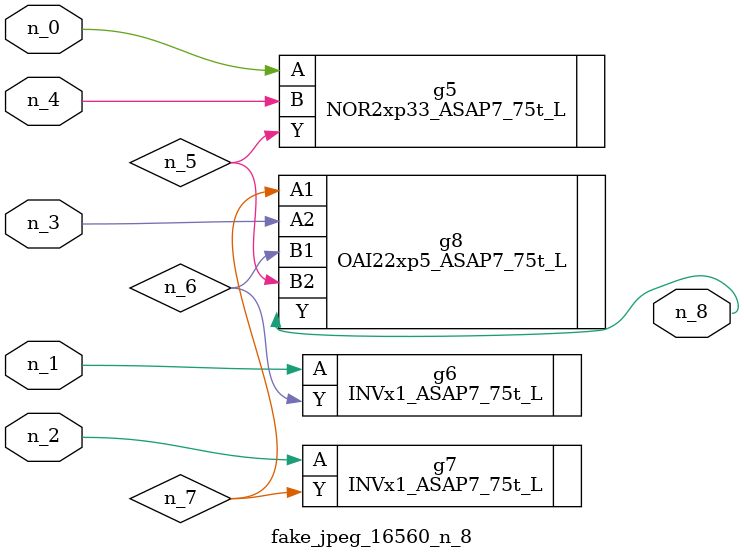
<source format=v>
module fake_jpeg_16560_n_8 (n_3, n_2, n_1, n_0, n_4, n_8);

input n_3;
input n_2;
input n_1;
input n_0;
input n_4;

output n_8;

wire n_6;
wire n_5;
wire n_7;

NOR2xp33_ASAP7_75t_L g5 ( 
.A(n_0),
.B(n_4),
.Y(n_5)
);

INVx1_ASAP7_75t_L g6 ( 
.A(n_1),
.Y(n_6)
);

INVx1_ASAP7_75t_L g7 ( 
.A(n_2),
.Y(n_7)
);

OAI22xp5_ASAP7_75t_L g8 ( 
.A1(n_7),
.A2(n_3),
.B1(n_6),
.B2(n_5),
.Y(n_8)
);


endmodule
</source>
